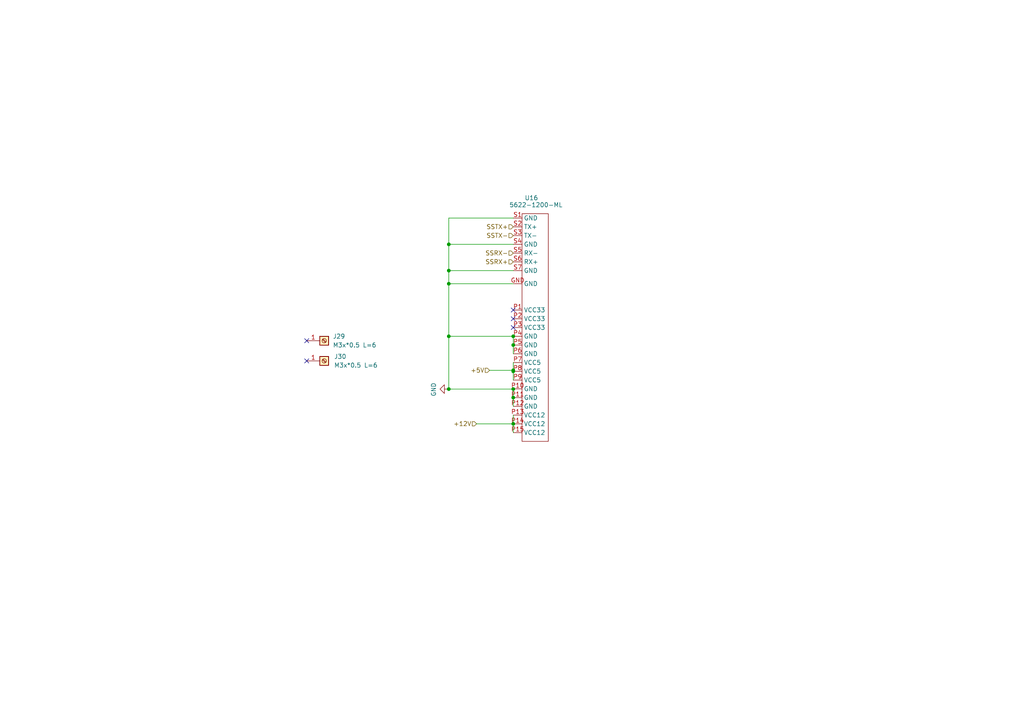
<source format=kicad_sch>
(kicad_sch (version 20231120) (generator "eeschema") (generator_version "7.99")
  (paper "A4")
  (lib_symbols
    (symbol "Connector:Screw_Terminal_01x01" (pin_names (offset 1.016) hide)
      (property "Reference" "J" (at 0 2.54 0))
      (property "Value" "Screw_Terminal_01x01" (at 0 -2.54 0))
      (symbol "Screw_Terminal_01x01_1_1"
        (rectangle (start -1.27 1.27) (end 1.27 -1.27) (stroke (width 0.254)) (fill (type background)))
        (polyline (pts (xy -0.5334 0.3302) (xy 0.3302 -0.508)) (stroke (width 0.1524)))
        (polyline (pts (xy -0.3556 0.508) (xy 0.508 -0.3302)) (stroke (width 0.1524)))
        (circle (center 0 0) (radius 0.635) (stroke (width 0.1524)))
        (pin passive line (at -5.08 0 0) (length 3.81) (name "Pin_1") (number "1"))
      )
    )
    (symbol "SATA:SATA"
      (property "Reference" "U16" (at -1.8016 9.6551 0))
      (property "Value" "5622-1200-ML" (at 1.5004 7.6231 0))
      (symbol "SATA_0_1"
        (rectangle (start -2.54 5.08) (end 5.08 -60.96))
      )
      (symbol "SATA_1_1"
        (pin input line (at -5.08 -15.24 0) (length 2.54) (name "GND") (number "GND"))
        (pin input line (at -5.08 -22.86 0) (length 2.54) (name "VCC33") (number "P1"))
        (pin input line (at -5.08 -45.72 0) (length 2.54) (name "GND") (number "P10"))
        (pin input line (at -5.08 -48.26 0) (length 2.54) (name "GND") (number "P11"))
        (pin input line (at -5.08 -50.8 0) (length 2.54) (name "GND") (number "P12"))
        (pin input line (at -5.08 -53.34 0) (length 2.54) (name "VCC12") (number "P13"))
        (pin input line (at -5.08 -55.88 0) (length 2.54) (name "VCC12") (number "P14"))
        (pin input line (at -5.08 -58.42 0) (length 2.54) (name "VCC12") (number "P15"))
        (pin input line (at -5.08 -25.4 0) (length 2.54) (name "VCC33") (number "P2"))
        (pin input line (at -5.08 -27.94 0) (length 2.54) (name "VCC33") (number "P3"))
        (pin input line (at -5.08 -30.48 0) (length 2.54) (name "GND") (number "P4"))
        (pin input line (at -5.08 -33.02 0) (length 2.54) (name "GND") (number "P5"))
        (pin input line (at -5.08 -35.56 0) (length 2.54) (name "GND") (number "P6"))
        (pin input line (at -5.08 -38.1 0) (length 2.54) (name "VCC5") (number "P7"))
        (pin input line (at -5.08 -40.64 0) (length 2.54) (name "VCC5") (number "P8"))
        (pin input line (at -5.08 -43.18 0) (length 2.54) (name "VCC5") (number "P9"))
        (pin input line (at -5.08 3.81 0) (length 2.54) (name "GND") (number "S1"))
        (pin input line (at -5.08 1.27 0) (length 2.54) (name "TX+") (number "S2"))
        (pin input line (at -5.08 -1.27 0) (length 2.54) (name "TX-") (number "S3"))
        (pin input line (at -5.08 -3.81 0) (length 2.54) (name "GND") (number "S4"))
        (pin input line (at -5.08 -6.35 0) (length 2.54) (name "RX-") (number "S5"))
        (pin input line (at -5.08 -8.89 0) (length 2.54) (name "RX+") (number "S6"))
        (pin input line (at -5.08 -11.43 0) (length 2.54) (name "GND") (number "S7"))
      )
    )
    (symbol "power:GND" (power) (pin_names (offset 0))
      (property "Value" "GND" (at 0 -3.81 0))
      (symbol "GND_0_1"
        (polyline (pts (xy 0 0) (xy 0 -1.27) (xy 1.27 -1.27) (xy 0 -2.54) (xy -1.27 -1.27) (xy 0 -1.27)))
      )
      (symbol "GND_1_1"
        (pin power_in line (at 0 0 270) (length 0) hide (name "GND") (number "1"))
      )
    )
  )
  (junction (at 148.8676 107.4096))
  (junction (at 130.166 78.4891))
  (junction (at 148.8676 97.5391))
  (junction (at 148.8676 100.0791))
  (junction (at 148.8676 112.8509))
  (junction (at 130.166 70.8691))
  (junction (at 130.166 97.5391))
  (junction (at 130.166 112.8509))
  (junction (at 148.8676 122.9391))
  (junction (at 148.8676 115.3191))
  (junction (at 148.8676 107.6991))
  (junction (at 130.166 82.2991))
  (no_connect (at 88.9553 104.681))
  (no_connect (at 148.8676 94.9991))
  (no_connect (at 148.8676 92.4591))
  (no_connect (at 88.9553 98.8308))
  (no_connect (at 148.8676 89.9191))
  (wire (pts (xy 130.166 112.8509) (xy 148.8676 112.8509)))
  (wire (pts (xy 148.8676 115.3191) (xy 148.8676 117.8591)))
  (wire (pts (xy 148.8676 102.6191) (xy 148.8676 100.0791)))
  (wire (pts (xy 130.166 82.2991) (xy 130.166 97.5391)))
  (wire (pts (xy 148.8676 105.1591) (xy 148.8676 107.4096)))
  (wire (pts (xy 148.8676 112.7791) (xy 148.8676 112.8509)))
  (wire (pts (xy 130.166 97.5391) (xy 130.166 112.8509)))
  (wire (pts (xy 148.8676 107.4096) (xy 148.8676 107.6991)))
  (wire (pts (xy 130.166 78.4891) (xy 130.166 70.8691)))
  (wire (pts (xy 148.8676 120.3991) (xy 148.8676 122.9391)))
  (wire (pts (xy 138.2261 122.9391) (xy 148.8676 122.9391)))
  (wire (pts (xy 130.166 63.2491) (xy 130.166 70.8691)))
  (wire (pts (xy 148.8676 107.4096) (xy 141.9867 107.4096)))
  (wire (pts (xy 148.8676 97.5391) (xy 130.166 97.5391)))
  (wire (pts (xy 148.8676 78.4891) (xy 130.166 78.4891)))
  (wire (pts (xy 148.8676 122.9391) (xy 148.8676 125.4791)))
  (wire (pts (xy 148.8676 112.8509) (xy 148.8676 115.3191)))
  (wire (pts (xy 148.8676 110.2391) (xy 148.8676 107.6991)))
  (wire (pts (xy 130.166 78.4891) (xy 130.166 82.2991)))
  (wire (pts (xy 138.2261 122.9153) (xy 138.2261 122.9391)))
  (wire (pts (xy 148.8676 63.2491) (xy 130.166 63.2491)))
  (wire (pts (xy 130.166 70.8691) (xy 148.8676 70.8691)))
  (wire (pts (xy 148.8676 100.0791) (xy 148.8676 97.5391)))
  (wire (pts (xy 148.8676 82.2991) (xy 130.166 82.2991)))
  (hierarchical_label "SSTX-" (shape input) (at 148.8676 68.3291 180))
  (hierarchical_label "+5V" (shape input) (at 141.9867 107.4096 180))
  (hierarchical_label "SSRX-" (shape input) (at 148.8676 73.4091 180))
  (hierarchical_label "+12V" (shape input) (at 138.2261 122.9153 180))
  (hierarchical_label "SSTX+" (shape input) (at 148.8676 65.7891 180))
  (hierarchical_label "SSRX+" (shape input) (at 148.8676 75.9491 180))
  (symbol (lib_id "Connector:Screw_Terminal_01x01") (at 94.0353 104.681 0) (unit 1)
    (property "Reference" "J30" (at 96.8868 103.4109 0) (effects (justify left)))
    (property "Value" "M3x*0.5 L=6" (at 96.8868 105.9509 0) (effects (justify left)))
    (property "Footprint" "VİA:Screw_terminal_shinbo" (effects (hide yes)))
    (property "Description" "Board mounting elevator    M3 hole size, 4 pins PCB-64-M3" (effects (hide yes)))
  )
  (symbol (lib_id "SATA:SATA") (at 153.9476 67.0591 0) (unit 1)
    (property "Reference" "U16" (at 152.146 57.404 0) (effects (justify left)))
    (property "Value" "5622-1200-ML" (at 155.448 59.436 0))
    (property "Footprint" "SATA_Connector:SATA_Connector_5622-1200-ML" (effects (hide yes)))
  )
  (symbol (lib_id "power:GND") (at 130.166 112.8509 270) (unit 1)
    (property "Reference" "#PWR069" (effects (hide yes)))
    (property "Value" "GND" (at 125.7718 112.9779 0))
  )
  (symbol (lib_id "Connector:Screw_Terminal_01x01") (at 94.0353 98.8308 0) (unit 1)
    (property "Reference" "J29" (at 96.52 97.5607 0) (effects (justify left)))
    (property "Value" "M3x*0.5 L=6" (at 96.52 100.1007 0) (effects (justify left)))
    (property "Footprint" "VİA:Screw_terminal_shinbo" (effects (hide yes)))
    (property "Description" "Board mounting elevator    M3 hole size, 4 pins PCB-64-M3" (effects (hide yes)))
  )
)
</source>
